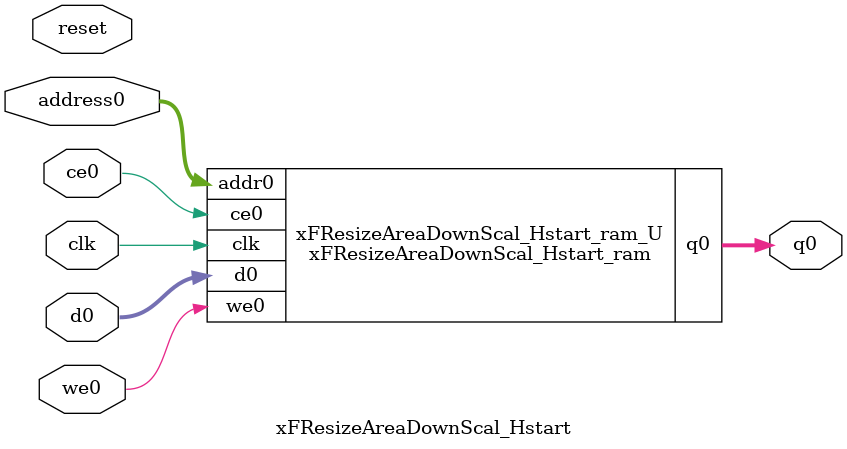
<source format=v>
`timescale 1 ns / 1 ps
module xFResizeAreaDownScal_Hstart_ram (addr0, ce0, d0, we0, q0,  clk);

parameter DWIDTH = 14;
parameter AWIDTH = 10;
parameter MEM_SIZE = 640;

input[AWIDTH-1:0] addr0;
input ce0;
input[DWIDTH-1:0] d0;
input we0;
output reg[DWIDTH-1:0] q0;
input clk;

(* ram_style = "block" *)reg [DWIDTH-1:0] ram[0:MEM_SIZE-1];




always @(posedge clk)  
begin 
    if (ce0) 
    begin
        if (we0) 
        begin 
            ram[addr0] <= d0; 
        end 
        q0 <= ram[addr0];
    end
end


endmodule

`timescale 1 ns / 1 ps
module xFResizeAreaDownScal_Hstart(
    reset,
    clk,
    address0,
    ce0,
    we0,
    d0,
    q0);

parameter DataWidth = 32'd14;
parameter AddressRange = 32'd640;
parameter AddressWidth = 32'd10;
input reset;
input clk;
input[AddressWidth - 1:0] address0;
input ce0;
input we0;
input[DataWidth - 1:0] d0;
output[DataWidth - 1:0] q0;



xFResizeAreaDownScal_Hstart_ram xFResizeAreaDownScal_Hstart_ram_U(
    .clk( clk ),
    .addr0( address0 ),
    .ce0( ce0 ),
    .we0( we0 ),
    .d0( d0 ),
    .q0( q0 ));

endmodule


</source>
